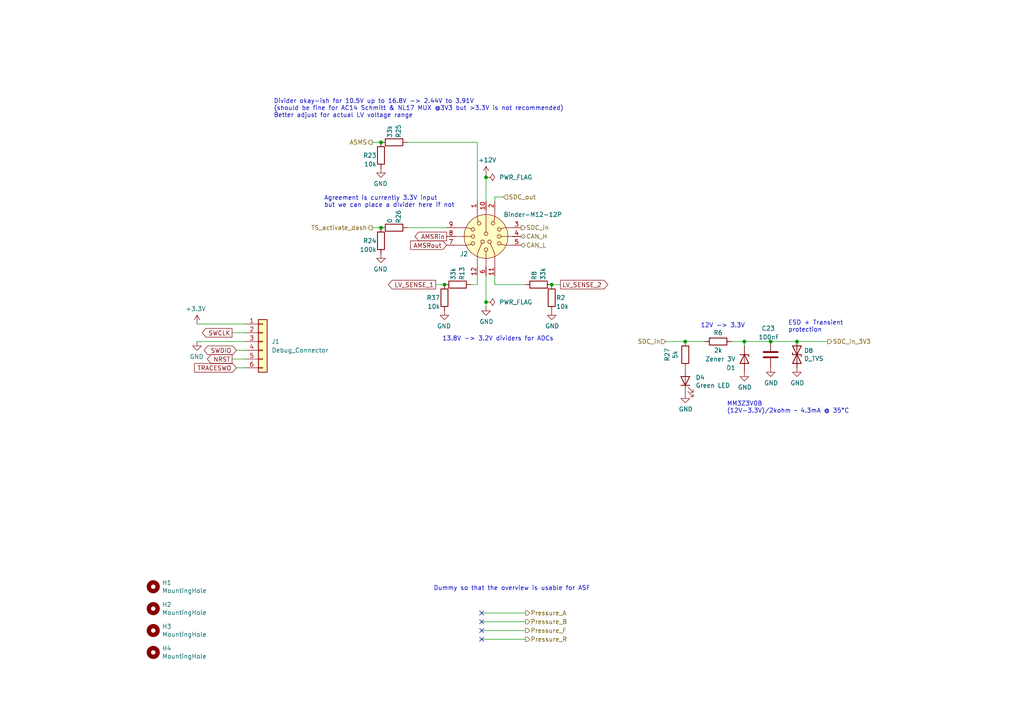
<source format=kicad_sch>
(kicad_sch (version 20230121) (generator eeschema)
  (paper "A4")
  (title_block (title "SDCL - Connections") (date "2021-12-16") (rev "v1.0") (company "FaSTTUBe - Formula Student Team TU Berlin") (comment 1 "Car 113") (comment 2 "EBS Electronics") (comment 3 "Electrical connections: Power, Programming, Buttons, CAN, SDC"))
  (lib_symbols
    (symbol "Connector_Generic:Conn_01x06" (pin_names (offset 1.016) hide)
      (property "Reference" "J" (at 0 7.62 0))
      (property "Value" "Conn_01x06" (at 0 -10.16 0))
      (symbol "Conn_01x06_1_1"
        (rectangle (start -1.27 -7.493) (end 0 -7.747) (stroke (width 0.1524)))
        (rectangle (start -1.27 -4.953) (end 0 -5.207) (stroke (width 0.1524)))
        (rectangle (start -1.27 -2.413) (end 0 -2.667) (stroke (width 0.1524)))
        (rectangle (start -1.27 0.127) (end 0 -0.127) (stroke (width 0.1524)))
        (rectangle (start -1.27 2.667) (end 0 2.413) (stroke (width 0.1524)))
        (rectangle (start -1.27 5.207) (end 0 4.953) (stroke (width 0.1524)))
        (rectangle (start -1.27 6.35) (end 1.27 -8.89) (stroke (width 0.254)) (fill (type background)))
        (pin passive line (at -5.08 5.08 0) (length 3.81) (name "Pin_1") (number "1"))
        (pin passive line (at -5.08 2.54 0) (length 3.81) (name "Pin_2") (number "2"))
        (pin passive line (at -5.08 0 0) (length 3.81) (name "Pin_3") (number "3"))
        (pin passive line (at -5.08 -2.54 0) (length 3.81) (name "Pin_4") (number "4"))
        (pin passive line (at -5.08 -5.08 0) (length 3.81) (name "Pin_5") (number "5"))
        (pin passive line (at -5.08 -7.62 0) (length 3.81) (name "Pin_6") (number "6"))
      )
    )
    (symbol "Custom:Binder-M12-12P" (pin_names (offset 1.016))
      (property "Reference" "J" (at -6.985 -5.715 0))
      (property "Value" "Binder-M12-12P" (at 4.572 6.858 0))
      (symbol "Binder-M12-12P_0_1"
        (circle (center -3.81 2.032) (radius 0.508))
        (circle (center -1.016 -1.524) (radius 0.508))
        (circle (center 0 -3.81) (radius 0.508))
        (polyline (pts (xy -8.89 -2.54) (xy -6.35 -2.54)))
        (polyline (pts (xy -8.89 2.54) (xy -6.35 2.54)))
        (polyline (pts (xy -2.54 -5.08) (xy -2.54 -8.89)))
        (polyline (pts (xy -2.54 6.35) (xy -2.54 7.62)))
        (polyline (pts (xy -1.2446 -1.9558) (xy -2.54 -5.08)))
        (polyline (pts (xy 0 -4.318) (xy 0 -8.89)))
        (polyline (pts (xy 0 2.54) (xy 0 1.27)))
        (polyline (pts (xy 0 2.54) (xy 0 7.62)))
        (polyline (pts (xy 1.2192 -1.9812) (xy 2.54 -5.08)))
        (polyline (pts (xy 2.54 -5.08) (xy 2.54 -8.89)))
        (polyline (pts (xy 2.54 6.35) (xy 2.54 7.62)))
        (polyline (pts (xy 6.35 -2.54) (xy 7.62 -2.54)))
        (polyline (pts (xy 6.35 2.54) (xy 7.62 2.54)))
        (polyline (pts (xy -6.35 2.54) (xy -5.588 2.54) (xy -4.318 2.286)))
        (polyline (pts (xy 6.35 2.54) (xy 5.588 2.54) (xy 4.318 2.286)))
        (circle (center 0 0) (radius 6.35) (fill (type background)))
        (circle (center 0 0.762) (radius 0.508))
        (circle (center 1.016 -1.524) (radius 0.508))
        (circle (center 3.81 2.032) (radius 0.508))
      )
      (symbol "Binder-M12-12P_1_1"
        (circle (center -3.81 -2.032) (radius 0.508))
        (circle (center -3.81 0) (radius 0.508))
        (circle (center -2.032 3.81) (radius 0.508))
        (polyline (pts (xy -4.318 0) (xy -8.89 0)))
        (polyline (pts (xy 4.318 0) (xy 8.89 0)))
        (polyline (pts (xy -6.35 -2.54) (xy -5.588 -2.54) (xy -4.318 -2.286)))
        (polyline (pts (xy -2.54 6.35) (xy -2.54 5.588) (xy -2.286 4.318)))
        (polyline (pts (xy 2.54 6.35) (xy 2.54 5.588) (xy 2.286 4.318)))
        (polyline (pts (xy 6.35 -2.54) (xy 5.588 -2.54) (xy 4.318 -2.286)))
        (circle (center 2.032 3.81) (radius 0.508))
        (circle (center 3.81 -2.032) (radius 0.508))
        (circle (center 3.81 0) (radius 0.508))
        (pin passive line (at -2.54 10.16 270) (length 2.54) (name "~") (number "1"))
        (pin passive line (at 0 10.16 270) (length 2.54) (name "~") (number "10"))
        (pin passive line (at 2.54 -11.43 90) (length 2.54) (name "~") (number "11"))
        (pin passive line (at -2.54 -11.43 90) (length 2.54) (name "~") (number "12"))
        (pin passive line (at 2.54 10.16 270) (length 2.54) (name "~") (number "2"))
        (pin passive line (at 10.16 2.54 180) (length 2.54) (name "~") (number "3"))
        (pin passive line (at 10.16 0 180) (length 2.54) (name "~") (number "4"))
        (pin passive line (at 10.16 -2.54 180) (length 2.54) (name "~") (number "5"))
        (pin passive line (at 0 -11.43 90) (length 2.54) (name "~") (number "6"))
        (pin passive line (at -11.43 -2.54 0) (length 2.54) (name "~") (number "7"))
        (pin passive line (at -11.43 0 0) (length 2.54) (name "~") (number "8"))
        (pin passive line (at -11.43 2.54 0) (length 2.54) (name "~") (number "9"))
      )
    )
    (symbol "Device:C" (pin_numbers hide) (pin_names (offset 0.254))
      (property "Reference" "C" (at 0.635 2.54 0))
      (property "Value" "C" (at 0.635 -2.54 0))
      (symbol "C_0_1"
        (polyline (pts (xy -2.032 -0.762) (xy 2.032 -0.762)) (stroke (width 0.508)))
        (polyline (pts (xy -2.032 0.762) (xy 2.032 0.762)) (stroke (width 0.508)))
      )
      (symbol "C_1_1"
        (pin passive line (at 0 3.81 270) (length 2.794) (name "~") (number "1"))
        (pin passive line (at 0 -3.81 90) (length 2.794) (name "~") (number "2"))
      )
    )
    (symbol "Device:D_TVS" (pin_numbers hide) (pin_names (offset 1.016) hide)
      (property "Reference" "D" (at 0 2.54 0))
      (property "Value" "D_TVS" (at 0 -2.54 0))
      (symbol "D_TVS_0_1"
        (polyline (pts (xy 1.27 0) (xy -1.27 0)))
        (polyline (pts (xy 0.508 1.27) (xy 0 1.27) (xy 0 -1.27) (xy -0.508 -1.27)) (stroke (width 0.254)))
        (polyline (pts (xy -2.54 1.27) (xy -2.54 -1.27) (xy 2.54 1.27) (xy 2.54 -1.27) (xy -2.54 1.27)) (stroke (width 0.254)))
      )
      (symbol "D_TVS_1_1"
        (pin passive line (at -3.81 0 0) (length 2.54) (name "A1") (number "1"))
        (pin passive line (at 3.81 0 180) (length 2.54) (name "A2") (number "2"))
      )
    )
    (symbol "Device:D_Zener" (pin_numbers hide) (pin_names (offset 1.016) hide)
      (property "Reference" "D" (at 0 2.54 0))
      (property "Value" "D_Zener" (at 0 -2.54 0))
      (symbol "D_Zener_0_1"
        (polyline (pts (xy 1.27 0) (xy -1.27 0)))
        (polyline (pts (xy -1.27 -1.27) (xy -1.27 1.27) (xy -0.762 1.27)) (stroke (width 0.254)))
        (polyline (pts (xy 1.27 -1.27) (xy 1.27 1.27) (xy -1.27 0) (xy 1.27 -1.27)) (stroke (width 0.254)))
      )
      (symbol "D_Zener_1_1"
        (pin passive line (at -3.81 0 0) (length 2.54) (name "K") (number "1"))
        (pin passive line (at 3.81 0 180) (length 2.54) (name "A") (number "2"))
      )
    )
    (symbol "Device:LED" (pin_numbers hide) (pin_names (offset 1.016) hide)
      (property "Reference" "D" (at 0 2.54 0))
      (property "Value" "LED" (at 0 -2.54 0))
      (symbol "LED_0_1"
        (polyline (pts (xy -1.27 -1.27) (xy -1.27 1.27)) (stroke (width 0.254)))
        (polyline (pts (xy -1.27 0) (xy 1.27 0)))
        (polyline (pts (xy 1.27 -1.27) (xy 1.27 1.27) (xy -1.27 0) (xy 1.27 -1.27)) (stroke (width 0.254)))
        (polyline (pts (xy -3.048 -0.762) (xy -4.572 -2.286) (xy -3.81 -2.286) (xy -4.572 -2.286) (xy -4.572 -1.524)))
        (polyline (pts (xy -1.778 -0.762) (xy -3.302 -2.286) (xy -2.54 -2.286) (xy -3.302 -2.286) (xy -3.302 -1.524)))
      )
      (symbol "LED_1_1"
        (pin passive line (at -3.81 0 0) (length 2.54) (name "K") (number "1"))
        (pin passive line (at 3.81 0 180) (length 2.54) (name "A") (number "2"))
      )
    )
    (symbol "Device:R" (pin_numbers hide) (pin_names (offset 0))
      (property "Reference" "R" (at 2.032 0 90))
      (property "Value" "R" (at 0 0 90))
      (symbol "R_0_1"
        (rectangle (start -1.016 -2.54) (end 1.016 2.54) (stroke (width 0.254)))
      )
      (symbol "R_1_1"
        (pin passive line (at 0 3.81 270) (length 1.27) (name "~") (number "1"))
        (pin passive line (at 0 -3.81 90) (length 1.27) (name "~") (number "2"))
      )
    )
    (symbol "Mechanical:MountingHole" (pin_names (offset 1.016))
      (property "Reference" "H" (at 0 5.08 0))
      (property "Value" "MountingHole" (at 0 3.175 0))
      (symbol "MountingHole_0_1"
        (circle (center 0 0) (radius 1.27) (stroke (width 1.27)))
      )
    )
    (symbol "power:+12V" (power) (pin_names (offset 0))
      (property "Value" "+12V" (at 0 3.556 0))
      (symbol "+12V_0_1"
        (polyline (pts (xy -0.762 1.27) (xy 0 2.54)))
        (polyline (pts (xy 0 0) (xy 0 2.54)))
        (polyline (pts (xy 0 2.54) (xy 0.762 1.27)))
      )
      (symbol "+12V_1_1"
        (pin power_in line (at 0 0 90) (length 0) hide (name "+12V") (number "1"))
      )
    )
    (symbol "power:+3.3V" (power) (pin_names (offset 0))
      (property "Value" "+3.3V" (at 0 3.556 0))
      (symbol "+3.3V_0_1"
        (polyline (pts (xy -0.762 1.27) (xy 0 2.54)))
        (polyline (pts (xy 0 0) (xy 0 2.54)))
        (polyline (pts (xy 0 2.54) (xy 0.762 1.27)))
      )
      (symbol "+3.3V_1_1"
        (pin power_in line (at 0 0 90) (length 0) hide (name "+3.3V") (number "1"))
      )
    )
    (symbol "power:GND" (power) (pin_names (offset 0))
      (property "Value" "GND" (at 0 -3.81 0))
      (symbol "GND_0_1"
        (polyline (pts (xy 0 0) (xy 0 -1.27) (xy 1.27 -1.27) (xy 0 -2.54) (xy -1.27 -1.27) (xy 0 -1.27)))
      )
      (symbol "GND_1_1"
        (pin power_in line (at 0 0 270) (length 0) hide (name "GND") (number "1"))
      )
    )
    (symbol "power:PWR_FLAG" (power) (pin_numbers hide) (pin_names (offset 0) hide)
      (property "Value" "PWR_FLAG" (at 0 3.81 0))
      (symbol "PWR_FLAG_0_0"
        (pin power_out line (at 0 0 90) (length 0) (name "pwr") (number "1"))
      )
      (symbol "PWR_FLAG_0_1"
        (polyline (pts (xy 0 0) (xy 0 1.27) (xy -1.016 1.905) (xy 0 2.54) (xy 1.016 1.905) (xy 0 1.27)))
      )
    )
  )
  (junction (at 215.9 99.06))
  (junction (at 231.14 99.06))
  (junction (at 110.49 66.04))
  (junction (at 140.97 51.435))
  (junction (at 128.905 82.55))
  (junction (at 110.49 41.275))
  (junction (at 198.755 99.06))
  (junction (at 160.02 82.55))
  (junction (at 223.52 99.06))
  (junction (at 140.97 87.63))
  (no_connect (at 139.7 185.42))
  (no_connect (at 139.7 180.34))
  (no_connect (at 139.7 177.8))
  (no_connect (at 139.7 182.88))
  (wire (pts (xy 140.97 87.63) (xy 140.97 88.9)))
  (wire (pts (xy 68.58 101.6) (xy 71.12 101.6)))
  (wire (pts (xy 68.58 106.68) (xy 71.12 106.68)))
  (wire (pts (xy 215.9 99.06) (xy 223.52 99.06)))
  (wire (pts (xy 67.31 104.14) (xy 71.12 104.14)))
  (wire (pts (xy 215.9 100.33) (xy 215.9 99.06)))
  (wire (pts (xy 223.52 99.06) (xy 231.14 99.06)))
  (wire (pts (xy 118.11 41.275) (xy 138.43 41.275)))
  (wire (pts (xy 107.95 66.04) (xy 110.49 66.04)))
  (wire (pts (xy 198.755 99.06) (xy 204.47 99.06)))
  (wire (pts (xy 57.15 93.98) (xy 71.12 93.98)))
  (wire (pts (xy 139.7 177.8) (xy 152.4 177.8)))
  (wire (pts (xy 136.525 82.55) (xy 138.43 82.55)))
  (wire (pts (xy 126.365 82.55) (xy 128.905 82.55)))
  (wire (pts (xy 193.04 99.06) (xy 198.755 99.06)))
  (wire (pts (xy 140.97 80.01) (xy 140.97 87.63)))
  (wire (pts (xy 143.51 57.15) (xy 146.05 57.15)))
  (wire (pts (xy 57.15 99.06) (xy 71.12 99.06)))
  (wire (pts (xy 118.11 66.04) (xy 129.54 66.04)))
  (wire (pts (xy 143.51 82.55) (xy 152.4 82.55)))
  (wire (pts (xy 143.51 58.42) (xy 143.51 57.15)))
  (wire (pts (xy 138.43 41.275) (xy 138.43 58.42)))
  (wire (pts (xy 107.95 41.275) (xy 110.49 41.275)))
  (wire (pts (xy 143.51 80.01) (xy 143.51 82.55)))
  (wire (pts (xy 140.97 50.8) (xy 140.97 51.435)))
  (wire (pts (xy 139.7 185.42) (xy 152.4 185.42)))
  (wire (pts (xy 139.7 180.34) (xy 152.4 180.34)))
  (wire (pts (xy 138.43 82.55) (xy 138.43 80.01)))
  (wire (pts (xy 162.56 82.55) (xy 160.02 82.55)))
  (wire (pts (xy 67.31 96.52) (xy 71.12 96.52)))
  (wire (pts (xy 231.14 99.06) (xy 240.03 99.06)))
  (wire (pts (xy 212.09 99.06) (xy 215.9 99.06)))
  (wire (pts (xy 140.97 51.435) (xy 140.97 58.42)))
  (wire (pts (xy 139.7 182.88) (xy 152.4 182.88)))
  (text "Dummy so that the overview is usable for ASF" (at 125.73 171.45 0) (effects (font (size 1.27 1.27)) (justify left bottom)))
  (text "12V -> 3.3V" (at 203.2 95.25 0) (effects (font (size 1.27 1.27)) (justify left bottom)))
  (text "MM3Z3V0B\n(12V−3.3V)/2kohm ~ 4.3mA @ 35°C" (at 210.82 120.015 0) (effects (font (size 1.27 1.27)) (justify left bottom)))
  (text "13.8V -> 3.2V dividers for ADCs" (at 128.27 99.06 0) (effects (font (size 1.27 1.27)) (justify left bottom)))
  (text "ESD + Transient\nprotection" (at 228.6 96.52 0) (effects (font (size 1.27 1.27)) (justify left bottom)))
  (text "Agreement is currently 3.3V input\nbut we can place a divider here if not" (at 93.98 60.325 0) (effects (font (size 1.27 1.27)) (justify left bottom)))
  (text "Divider okay-ish for 10.5V up to 16.8V -> 2.44V to 3.91V\n(should be fine for AC14 Schmitt & NL17 MUX @3V3 but >3.3V is not recommended)\nBetter adjust for actual LV voltage range" (at 79.375 34.29 0) (effects (font (size 1.27 1.27)) (justify left bottom)))
  (global_label "LV_SENSE_2" (shape output) (at 162.56 82.55 0) (property "Intersheetrefs" "${INTERSHEET_REFS}" (effects hide)))
  (global_label "AMSRin" (shape output) (at 129.54 68.58 180) (property "Intersheetrefs" "${INTERSHEET_REFS}" (effects hide)))
  (global_label "AMSRout" (shape input) (at 129.54 71.12 180) (property "Intersheetrefs" "${INTERSHEET_REFS}" (effects hide)))
  (global_label "LV_SENSE_1" (shape output) (at 126.365 82.55 180) (property "Intersheetrefs" "${INTERSHEET_REFS}" (effects hide)))
  (global_label "TRACESWO" (shape input) (at 68.58 106.68 180) (property "Intersheetrefs" "${INTERSHEET_REFS}" (effects hide)))
  (global_label "NRST" (shape output) (at 67.31 104.14 180) (property "Intersheetrefs" "${INTERSHEET_REFS}" (effects hide)))
  (global_label "SWCLK" (shape output) (at 67.31 96.52 180) (property "Intersheetrefs" "${INTERSHEET_REFS}" (effects hide)))
  (global_label "SWDIO" (shape bidirectional) (at 68.58 101.6 180) (property "Intersheetrefs" "${INTERSHEET_REFS}" (effects hide)))
  (hierarchical_label "SDC_in_3V3" (shape output) (at 240.03 99.06 0))
  (hierarchical_label "Pressure_R" (shape output) (at 152.4 185.42 0))
  (hierarchical_label "SDC_out" (shape input) (at 146.05 57.15 0))
  (hierarchical_label "TS_activate_dash" (shape output) (at 107.95 66.04 180))
  (hierarchical_label "Pressure_B" (shape output) (at 152.4 180.34 0))
  (hierarchical_label "ASMS" (shape output) (at 107.95 41.275 180))
  (hierarchical_label "SDC_in" (shape output) (at 151.13 66.04 0))
  (hierarchical_label "CAN_H" (shape bidirectional) (at 151.13 68.58 0))
  (hierarchical_label "Pressure_F" (shape output) (at 152.4 182.88 0))
  (hierarchical_label "SDC_in" (shape input) (at 193.04 99.06 180))
  (hierarchical_label "CAN_L" (shape bidirectional) (at 151.13 71.12 0))
  (hierarchical_label "Pressure_A" (shape output) (at 152.4 177.8 0))
  (symbol (lib_id "Device:R") (at 208.28 99.06 90) (mirror x) (unit 1)
    (property "Reference" "R6" (at 208.28 96.52 90))
    (property "Value" "2k" (at 208.28 101.6 90))
    (property "Footprint" "Resistor_SMD:R_0603_1608Metric_Pad0.98x0.95mm_HandSolder" (effects hide))
  )
  (symbol (lib_id "power:GND") (at 215.9 107.95 0) (unit 1)
    (property "Reference" "#PWR0101" (effects hide))
    (property "Value" "GND" (at 216.027 112.3442 0))
  )
  (symbol (lib_id "power:GND") (at 231.14 106.68 0) (unit 1)
    (property "Reference" "#PWR0102" (effects hide))
    (property "Value" "GND" (at 231.267 111.0742 0))
  )
  (symbol (lib_id "Device:C") (at 223.52 102.87 180) (unit 1)
    (property "Reference" "C23" (at 224.79 95.25 0) (effects (justify left)))
    (property "Value" "100nF" (at 226.06 97.79 0) (effects (justify left)))
    (property "Footprint" "Capacitor_SMD:C_0603_1608Metric_Pad1.08x0.95mm_HandSolder" (effects hide))
  )
  (symbol (lib_id "power:GND") (at 223.52 106.68 0) (unit 1)
    (property "Reference" "#PWR0104" (effects hide))
    (property "Value" "GND" (at 223.647 111.0742 0))
  )
  (symbol (lib_id "Device:D_TVS") (at 231.14 102.87 270) (unit 1)
    (property "Reference" "D8" (at 233.172 101.7016 90) (effects (justify left)))
    (property "Value" "D_TVS" (at 233.172 104.013 90) (effects (justify left)))
    (property "Footprint" "Diode_SMD:D_SOD-323_HandSoldering" (effects hide))
  )
  (symbol (lib_id "Mechanical:MountingHole") (at 44.45 170.18 0) (unit 1)
    (property "Reference" "H1" (at 46.99 169.0116 0) (effects (justify left)))
    (property "Value" "MountingHole" (at 46.99 171.323 0) (effects (justify left)))
    (property "Footprint" "MountingHole:MountingHole_3.2mm_M3" (effects hide))
  )
  (symbol (lib_id "Mechanical:MountingHole") (at 44.45 176.53 0) (unit 1)
    (property "Reference" "H2" (at 46.99 175.3616 0) (effects (justify left)))
    (property "Value" "MountingHole" (at 46.99 177.673 0) (effects (justify left)))
    (property "Footprint" "MountingHole:MountingHole_3.2mm_M3" (effects hide))
  )
  (symbol (lib_id "Mechanical:MountingHole") (at 44.45 182.88 0) (unit 1)
    (property "Reference" "H3" (at 46.99 181.7116 0) (effects (justify left)))
    (property "Value" "MountingHole" (at 46.99 184.023 0) (effects (justify left)))
    (property "Footprint" "MountingHole:MountingHole_3.2mm_M3" (effects hide))
  )
  (symbol (lib_id "power:+12V") (at 140.97 50.8 0) (unit 1)
    (property "Reference" "#PWR0106" (effects hide))
    (property "Value" "+12V" (at 141.351 46.4058 0))
  )
  (symbol (lib_id "power:+3.3V") (at 57.15 93.98 0) (mirror y) (unit 1)
    (property "Reference" "#PWR0141" (effects hide))
    (property "Value" "+3.3V" (at 56.769 89.5858 0))
  )
  (symbol (lib_id "power:GND") (at 57.15 99.06 0) (mirror y) (unit 1)
    (property "Reference" "#PWR0164" (effects hide))
    (property "Value" "GND" (at 57.023 103.4542 0))
  )
  (symbol (lib_id "power:GND") (at 140.97 88.9 0) (unit 1)
    (property "Reference" "#PWR0110" (effects hide))
    (property "Value" "GND" (at 141.097 93.2942 0))
  )
  (symbol (lib_id "Custom:Binder-M12-12P") (at 140.97 68.58 0) (unit 1)
    (property "Reference" "J2" (at 133.35 73.66 0) (effects (justify left)))
    (property "Value" "Binder-M12-12P" (at 146.05 62.23 0) (effects (justify left)))
    (property "Footprint" "Custom:Binder_M12-A_12P_Female" (effects hide))
    (property "Datasheet" "http://www.mouser.com/ds/2/18/40_c091_abd_e-75918.pdf" (effects hide))
  )
  (symbol (lib_id "Device:D_Zener") (at 215.9 104.14 270) (unit 1)
    (property "Reference" "D1" (at 213.36 106.68 90) (effects (justify right)))
    (property "Value" "Zener 3V" (at 213.36 104.14 90) (effects (justify right)))
    (property "Footprint" "Diode_SMD:D_SOD-323_HandSoldering" (effects hide))
  )
  (symbol (lib_id "Device:R") (at 198.755 102.87 180) (unit 1)
    (property "Reference" "R27" (at 193.4972 102.87 90))
    (property "Value" "5k" (at 195.8086 102.87 90))
    (property "Footprint" "Resistor_SMD:R_0603_1608Metric_Pad0.98x0.95mm_HandSolder" (effects hide))
  )
  (symbol (lib_id "power:GND") (at 110.49 73.66 0) (mirror y) (unit 1)
    (property "Reference" "#PWR011" (effects hide))
    (property "Value" "GND" (at 110.363 78.0542 0))
  )
  (symbol (lib_id "power:GND") (at 128.905 90.17 0) (mirror y) (unit 1)
    (property "Reference" "#PWR0111" (effects hide))
    (property "Value" "GND" (at 128.778 94.5642 0))
  )
  (symbol (lib_id "Device:R") (at 114.3 66.04 270) (mirror x) (unit 1)
    (property "Reference" "R26" (at 115.57 64.77 0) (effects (justify left)))
    (property "Value" "0" (at 113.03 64.77 0) (effects (justify left)))
    (property "Footprint" "Resistor_SMD:R_0603_1608Metric_Pad0.98x0.95mm_HandSolder" (effects hide))
  )
  (symbol (lib_id "power:GND") (at 160.02 90.17 0) (unit 1)
    (property "Reference" "#PWR0114" (effects hide))
    (property "Value" "GND" (at 160.147 94.5642 0))
  )
  (symbol (lib_id "Device:R") (at 156.21 82.55 90) (unit 1)
    (property "Reference" "R8" (at 154.94 81.28 0) (effects (justify left)))
    (property "Value" "33k" (at 157.48 81.28 0) (effects (justify left)))
    (property "Footprint" "Resistor_SMD:R_0603_1608Metric_Pad0.98x0.95mm_HandSolder" (effects hide))
  )
  (symbol (lib_id "Device:R") (at 132.715 82.55 270) (mirror x) (unit 1)
    (property "Reference" "R13" (at 133.985 81.28 0) (effects (justify left)))
    (property "Value" "33k" (at 131.445 81.28 0) (effects (justify left)))
    (property "Footprint" "Resistor_SMD:R_0603_1608Metric_Pad0.98x0.95mm_HandSolder" (effects hide))
  )
  (symbol (lib_id "Device:LED") (at 198.755 110.49 90) (unit 1)
    (property "Reference" "D4" (at 201.7522 109.4994 90) (effects (justify right)))
    (property "Value" "Green LED" (at 201.7522 111.8108 90) (effects (justify right)))
    (property "Footprint" "Diode_SMD:D_0603_1608Metric_Pad1.05x0.95mm_HandSolder" (effects hide))
  )
  (symbol (lib_id "Device:R") (at 110.49 69.85 0) (mirror y) (unit 1)
    (property "Reference" "R24" (at 109.22 69.85 0) (effects (justify left)))
    (property "Value" "100k" (at 109.22 72.39 0) (effects (justify left)))
    (property "Footprint" "Resistor_SMD:R_0603_1608Metric_Pad0.98x0.95mm_HandSolder" (effects hide))
  )
  (symbol (lib_id "Device:R") (at 128.905 86.36 0) (mirror y) (unit 1)
    (property "Reference" "R37" (at 127.635 86.36 0) (effects (justify left)))
    (property "Value" "10k" (at 127.635 88.9 0) (effects (justify left)))
    (property "Footprint" "Resistor_SMD:R_0603_1608Metric_Pad0.98x0.95mm_HandSolder" (effects hide))
  )
  (symbol (lib_id "power:PWR_FLAG") (at 140.97 51.435 270) (unit 1)
    (property "Reference" "#FLG0102" (effects hide))
    (property "Value" "PWR_FLAG" (at 144.78 51.4349 90) (effects (justify left)))
  )
  (symbol (lib_id "Mechanical:MountingHole") (at 44.45 189.23 0) (unit 1)
    (property "Reference" "H4" (at 46.99 188.0616 0) (effects (justify left)))
    (property "Value" "MountingHole" (at 46.99 190.373 0) (effects (justify left)))
    (property "Footprint" "MountingHole:MountingHole_3.2mm_M3" (effects hide))
  )
  (symbol (lib_id "Device:R") (at 110.49 45.085 0) (mirror y) (unit 1)
    (property "Reference" "R23" (at 109.22 45.085 0) (effects (justify left)))
    (property "Value" "10k" (at 109.22 47.625 0) (effects (justify left)))
    (property "Footprint" "Resistor_SMD:R_0603_1608Metric_Pad0.98x0.95mm_HandSolder" (effects hide))
  )
  (symbol (lib_id "power:PWR_FLAG") (at 140.97 87.63 270) (unit 1)
    (property "Reference" "#FLG0103" (effects hide))
    (property "Value" "PWR_FLAG" (at 144.78 87.6299 90) (effects (justify left)))
  )
  (symbol (lib_id "power:GND") (at 110.49 48.895 0) (mirror y) (unit 1)
    (property "Reference" "#PWR010" (effects hide))
    (property "Value" "GND" (at 110.363 53.2892 0))
  )
  (symbol (lib_id "Device:R") (at 114.3 41.275 270) (mirror x) (unit 1)
    (property "Reference" "R25" (at 115.57 40.005 0) (effects (justify left)))
    (property "Value" "33k" (at 113.03 40.005 0) (effects (justify left)))
    (property "Footprint" "Resistor_SMD:R_0603_1608Metric_Pad0.98x0.95mm_HandSolder" (effects hide))
  )
  (symbol (lib_id "Connector_Generic:Conn_01x06") (at 76.2 99.06 0) (unit 1)
    (property "Reference" "J1" (at 78.74 99.0599 0) (effects (justify left)))
    (property "Value" "Debug_Connector" (at 78.74 101.5999 0) (effects (justify left)))
    (property "Footprint" "Connector_PinHeader_2.54mm:PinHeader_1x06_P2.54mm_Horizontal" (effects hide))
  )
  (symbol (lib_id "power:GND") (at 198.755 114.3 0) (unit 1)
    (property "Reference" "#PWR012" (effects hide))
    (property "Value" "GND" (at 198.882 118.6942 0))
  )
  (symbol (lib_id "Device:R") (at 160.02 86.36 0) (unit 1)
    (property "Reference" "R2" (at 161.29 86.36 0) (effects (justify left)))
    (property "Value" "10k" (at 161.29 88.9 0) (effects (justify left)))
    (property "Footprint" "Resistor_SMD:R_0603_1608Metric_Pad0.98x0.95mm_HandSolder" (effects hide))
  )
)
</source>
